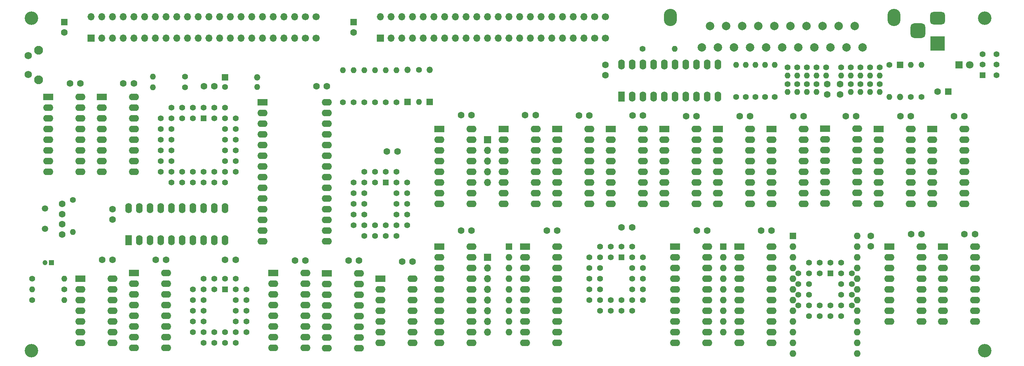
<source format=gbr>
%TF.GenerationSoftware,KiCad,Pcbnew,7.0.9*%
%TF.CreationDate,2023-12-14T15:38:49+00:00*%
%TF.ProjectId,v1a,7631612e-6b69-4636-9164-5f7063625858,rev?*%
%TF.SameCoordinates,Original*%
%TF.FileFunction,Soldermask,Top*%
%TF.FilePolarity,Negative*%
%FSLAX46Y46*%
G04 Gerber Fmt 4.6, Leading zero omitted, Abs format (unit mm)*
G04 Created by KiCad (PCBNEW 7.0.9) date 2023-12-14 15:38:49*
%MOMM*%
%LPD*%
G01*
G04 APERTURE LIST*
G04 Aperture macros list*
%AMRoundRect*
0 Rectangle with rounded corners*
0 $1 Rounding radius*
0 $2 $3 $4 $5 $6 $7 $8 $9 X,Y pos of 4 corners*
0 Add a 4 corners polygon primitive as box body*
4,1,4,$2,$3,$4,$5,$6,$7,$8,$9,$2,$3,0*
0 Add four circle primitives for the rounded corners*
1,1,$1+$1,$2,$3*
1,1,$1+$1,$4,$5*
1,1,$1+$1,$6,$7*
1,1,$1+$1,$8,$9*
0 Add four rect primitives between the rounded corners*
20,1,$1+$1,$2,$3,$4,$5,0*
20,1,$1+$1,$4,$5,$6,$7,0*
20,1,$1+$1,$6,$7,$8,$9,0*
20,1,$1+$1,$8,$9,$2,$3,0*%
G04 Aperture macros list end*
%ADD10C,1.400000*%
%ADD11O,1.400000X1.400000*%
%ADD12R,2.400000X1.600000*%
%ADD13O,2.400000X1.600000*%
%ADD14C,3.200000*%
%ADD15C,1.600000*%
%ADD16R,1.422400X1.422400*%
%ADD17C,1.422400*%
%ADD18O,3.100000X4.100000*%
%ADD19C,1.998980*%
%ADD20R,1.400000X1.400000*%
%ADD21R,1.700000X1.700000*%
%ADD22O,1.700000X1.700000*%
%ADD23C,1.500000*%
%ADD24C,1.700000*%
%ADD25R,3.500000X3.500000*%
%ADD26RoundRect,0.750000X-1.000000X0.750000X-1.000000X-0.750000X1.000000X-0.750000X1.000000X0.750000X0*%
%ADD27RoundRect,0.875000X-0.875000X0.875000X-0.875000X-0.875000X0.875000X-0.875000X0.875000X0.875000X0*%
%ADD28R,1.600000X1.600000*%
%ADD29O,1.600000X1.600000*%
%ADD30R,1.500000X1.500000*%
%ADD31O,1.500000X1.500000*%
%ADD32R,1.800000X1.800000*%
%ADD33C,1.800000*%
%ADD34R,1.600000X2.400000*%
%ADD35O,1.600000X2.400000*%
%ADD36C,2.100000*%
%ADD37C,1.750000*%
%ADD38R,1.200000X1.200000*%
%ADD39C,1.200000*%
G04 APERTURE END LIST*
D10*
%TO.C,R3*%
X65405000Y-87884000D03*
D11*
X57785000Y-87884000D03*
%TD*%
D10*
%TO.C,R26*%
X215138000Y-85725000D03*
D11*
X215138000Y-87625000D03*
%TD*%
D12*
%TO.C,U9*%
X181610000Y-128270000D03*
D13*
X181610000Y-130810000D03*
X181610000Y-133350000D03*
X181610000Y-135890000D03*
X181610000Y-138430000D03*
X181610000Y-140970000D03*
X181610000Y-143510000D03*
X181610000Y-146050000D03*
X181610000Y-148590000D03*
X181610000Y-151130000D03*
X189230000Y-151130000D03*
X189230000Y-148590000D03*
X189230000Y-146050000D03*
X189230000Y-143510000D03*
X189230000Y-140970000D03*
X189230000Y-138430000D03*
X189230000Y-135890000D03*
X189230000Y-133350000D03*
X189230000Y-130810000D03*
X189230000Y-128270000D03*
%TD*%
D10*
%TO.C,R8*%
X102870000Y-93980000D03*
D11*
X102870000Y-86360000D03*
%TD*%
D10*
%TO.C,R22*%
X215138000Y-89662000D03*
D11*
X215138000Y-91562000D03*
%TD*%
D14*
%TO.C,H2*%
X29000000Y-153000000D03*
%TD*%
D12*
%TO.C,U28*%
X83820000Y-93980000D03*
D13*
X83820000Y-96520000D03*
X83820000Y-99060000D03*
X83820000Y-101600000D03*
X83820000Y-104140000D03*
X83820000Y-106680000D03*
X83820000Y-109220000D03*
X83820000Y-111760000D03*
X83820000Y-114300000D03*
X83820000Y-116840000D03*
X83820000Y-119380000D03*
X83820000Y-121920000D03*
X83820000Y-124460000D03*
X83820000Y-127000000D03*
X99060000Y-127000000D03*
X99060000Y-124460000D03*
X99060000Y-121920000D03*
X99060000Y-119380000D03*
X99060000Y-116840000D03*
X99060000Y-114300000D03*
X99060000Y-111760000D03*
X99060000Y-109220000D03*
X99060000Y-106680000D03*
X99060000Y-104140000D03*
X99060000Y-101600000D03*
X99060000Y-99060000D03*
X99060000Y-96520000D03*
X99060000Y-93980000D03*
%TD*%
D15*
%TO.C,Cd5*%
X74950000Y-131445000D03*
X77450000Y-131445000D03*
%TD*%
D14*
%TO.C,H4*%
X255000000Y-153000000D03*
%TD*%
D10*
%TO.C,R28*%
X230124000Y-89662000D03*
D11*
X230124000Y-91562000D03*
%TD*%
D12*
%TO.C,U31*%
X146050000Y-128270000D03*
D13*
X146050000Y-130810000D03*
X146050000Y-133350000D03*
X146050000Y-135890000D03*
X146050000Y-138430000D03*
X146050000Y-140970000D03*
X146050000Y-143510000D03*
X146050000Y-146050000D03*
X146050000Y-148590000D03*
X146050000Y-151130000D03*
X153670000Y-151130000D03*
X153670000Y-148590000D03*
X153670000Y-146050000D03*
X153670000Y-143510000D03*
X153670000Y-140970000D03*
X153670000Y-138430000D03*
X153670000Y-135890000D03*
X153670000Y-133350000D03*
X153670000Y-130810000D03*
X153670000Y-128270000D03*
%TD*%
D10*
%TO.C,R15*%
X198374000Y-92710000D03*
D11*
X198374000Y-85090000D03*
%TD*%
D12*
%TO.C,U30*%
X125730000Y-100330000D03*
D13*
X125730000Y-102870000D03*
X125730000Y-105410000D03*
X125730000Y-107950000D03*
X125730000Y-110490000D03*
X125730000Y-113030000D03*
X125730000Y-115570000D03*
X125730000Y-118110000D03*
X133350000Y-118110000D03*
X133350000Y-115570000D03*
X133350000Y-113030000D03*
X133350000Y-110490000D03*
X133350000Y-107950000D03*
X133350000Y-105410000D03*
X133350000Y-102870000D03*
X133350000Y-100330000D03*
%TD*%
D10*
%TO.C,R39*%
X173863000Y-81280000D03*
D11*
X181483000Y-81280000D03*
%TD*%
D15*
%TO.C,C2*%
X36322000Y-118130000D03*
X36322000Y-120630000D03*
%TD*%
%TO.C,Cd31*%
X153670000Y-124454985D03*
X151170000Y-124454985D03*
%TD*%
%TO.C,C4*%
X217678000Y-92162000D03*
X217678000Y-89662000D03*
%TD*%
D10*
%TO.C,R16*%
X200660000Y-92710000D03*
D11*
X200660000Y-85090000D03*
%TD*%
D10*
%TO.C,R37*%
X120878600Y-86334600D03*
D11*
X120878600Y-93954600D03*
%TD*%
D16*
%TO.C,U5*%
X74930000Y-138430000D03*
D17*
X72390000Y-135890000D03*
X72390000Y-138430000D03*
X69850000Y-135890000D03*
X67310000Y-138430000D03*
X69850000Y-138430000D03*
X67310000Y-140970000D03*
X69850000Y-140970000D03*
X67310000Y-143510000D03*
X69850000Y-143510000D03*
X67310000Y-146050000D03*
X69850000Y-146050000D03*
X67310000Y-148590000D03*
X69850000Y-151130000D03*
X69850000Y-148590000D03*
X72390000Y-151130000D03*
X72390000Y-148590000D03*
X74930000Y-151130000D03*
X74930000Y-148590000D03*
X77470000Y-151130000D03*
X80010000Y-148590000D03*
X77470000Y-148590000D03*
X80010000Y-146050000D03*
X77470000Y-146050000D03*
X80010000Y-143510000D03*
X77470000Y-143510000D03*
X80010000Y-140970000D03*
X77470000Y-140970000D03*
X80010000Y-138430000D03*
X77470000Y-135890000D03*
X77470000Y-138430000D03*
X74930000Y-135890000D03*
%TD*%
D10*
%TO.C,R21*%
X212852000Y-89662000D03*
D11*
X212852000Y-91562000D03*
%TD*%
D15*
%TO.C,Cd28*%
X99060000Y-90170000D03*
X96560000Y-90170000D03*
%TD*%
%TO.C,Cd9*%
X189230000Y-124460000D03*
X186730000Y-124460000D03*
%TD*%
D10*
%TO.C,R7*%
X38862000Y-117184000D03*
D11*
X38862000Y-124804000D03*
%TD*%
D12*
%TO.C,U2*%
X40640000Y-135890000D03*
D13*
X40640000Y-138430000D03*
X40640000Y-140970000D03*
X40640000Y-143510000D03*
X40640000Y-146050000D03*
X40640000Y-148590000D03*
X40640000Y-151130000D03*
X48260000Y-151130000D03*
X48260000Y-148590000D03*
X48260000Y-146050000D03*
X48260000Y-143510000D03*
X48260000Y-140970000D03*
X48260000Y-138430000D03*
X48260000Y-135890000D03*
%TD*%
D18*
%TO.C,J4*%
X233509820Y-73860660D03*
X180510180Y-73860660D03*
D19*
X187960000Y-80939640D03*
X189865000Y-75859640D03*
X191770000Y-80939640D03*
X193675000Y-75859640D03*
X195580000Y-80939640D03*
X197485000Y-75859640D03*
X199390000Y-80939640D03*
X201295000Y-75859640D03*
X203200000Y-80939640D03*
X205105000Y-75859640D03*
X207010000Y-80939640D03*
X208915000Y-75859640D03*
X210820000Y-80939640D03*
X212725000Y-75859640D03*
X214630000Y-80939640D03*
X216535000Y-75859640D03*
X218440000Y-80939640D03*
X220345000Y-75859640D03*
X222250000Y-80939640D03*
X224155000Y-75859640D03*
X226060000Y-80939640D03*
%TD*%
D10*
%TO.C,R33*%
X227838000Y-85730000D03*
D11*
X227838000Y-87630000D03*
%TD*%
D10*
%TO.C,R32*%
X230124000Y-85751000D03*
D11*
X230124000Y-87651000D03*
%TD*%
D10*
%TO.C,R1*%
X65405000Y-90424000D03*
D11*
X57785000Y-90424000D03*
%TD*%
D10*
%TO.C,R14*%
X196088000Y-92710000D03*
D11*
X196088000Y-85090000D03*
%TD*%
D12*
%TO.C,U16*%
X232410000Y-128270000D03*
D13*
X232410000Y-130810000D03*
X232410000Y-133350000D03*
X232410000Y-135890000D03*
X232410000Y-138430000D03*
X232410000Y-140970000D03*
X232410000Y-143510000D03*
X232410000Y-146050000D03*
X240030000Y-146050000D03*
X240030000Y-143510000D03*
X240030000Y-140970000D03*
X240030000Y-138430000D03*
X240030000Y-135890000D03*
X240030000Y-133350000D03*
X240030000Y-130810000D03*
X240030000Y-128270000D03*
%TD*%
D10*
%TO.C,R41*%
X240030000Y-92710000D03*
D11*
X240030000Y-85090000D03*
%TD*%
D15*
%TO.C,Cd11*%
X53320000Y-89535000D03*
X50820000Y-89535000D03*
%TD*%
D10*
%TO.C,R25*%
X212852000Y-85730000D03*
D11*
X212852000Y-87630000D03*
%TD*%
D20*
%TO.C,SW2*%
X254510000Y-87548300D03*
D10*
X254510000Y-85048300D03*
X254510000Y-82548300D03*
X257810000Y-87548300D03*
X257810000Y-85048300D03*
X257810000Y-82548300D03*
%TD*%
D21*
%TO.C,J2*%
X137160000Y-130810000D03*
D22*
X137160000Y-133350000D03*
X137160000Y-135890000D03*
X137160000Y-138430000D03*
X137160000Y-140970000D03*
X137160000Y-143510000D03*
X137160000Y-146050000D03*
X137160000Y-148590000D03*
%TD*%
D16*
%TO.C,U8*%
X168910000Y-130810000D03*
D17*
X166370000Y-128270000D03*
X166370000Y-130810000D03*
X163830000Y-128270000D03*
X161290000Y-130810000D03*
X163830000Y-130810000D03*
X161290000Y-133350000D03*
X163830000Y-133350000D03*
X161290000Y-135890000D03*
X163830000Y-135890000D03*
X161290000Y-138430000D03*
X163830000Y-138430000D03*
X161290000Y-140970000D03*
X163830000Y-143510000D03*
X163830000Y-140970000D03*
X166370000Y-143510000D03*
X166370000Y-140970000D03*
X168910000Y-143510000D03*
X168910000Y-140970000D03*
X171450000Y-143510000D03*
X173990000Y-140970000D03*
X171450000Y-140970000D03*
X173990000Y-138430000D03*
X171450000Y-138430000D03*
X173990000Y-135890000D03*
X171450000Y-135890000D03*
X173990000Y-133350000D03*
X171450000Y-133350000D03*
X173990000Y-130810000D03*
X171450000Y-128270000D03*
X171450000Y-130810000D03*
X168910000Y-128270000D03*
%TD*%
D10*
%TO.C,R12*%
X113030000Y-93980000D03*
D11*
X113030000Y-86360000D03*
%TD*%
D15*
%TO.C,Cd8*%
X168910000Y-123698000D03*
X171410000Y-123698000D03*
%TD*%
D23*
%TO.C,Y1*%
X32258000Y-119216000D03*
X32258000Y-124096000D03*
%TD*%
D21*
%TO.C,J6*%
X111760000Y-78740000D03*
D22*
X111760000Y-73660000D03*
X114300000Y-78740000D03*
X114300000Y-73660000D03*
X116840000Y-78740000D03*
X116840000Y-73660000D03*
X119380000Y-78740000D03*
X119380000Y-73660000D03*
X121920000Y-78740000D03*
X121920000Y-73660000D03*
X124460000Y-78740000D03*
X124460000Y-73660000D03*
X127000000Y-78740000D03*
X127000000Y-73660000D03*
X129540000Y-78740000D03*
X129540000Y-73660000D03*
X132080000Y-78740000D03*
X132080000Y-73660000D03*
X134620000Y-78740000D03*
X134620000Y-73660000D03*
X137160000Y-78740000D03*
X137160000Y-73660000D03*
X139700000Y-78740000D03*
X139700000Y-73660000D03*
X142240000Y-78740000D03*
X142240000Y-73660000D03*
X144780000Y-78740000D03*
X144780000Y-73660000D03*
X147320000Y-78740000D03*
X147320000Y-73660000D03*
X149860000Y-78740000D03*
X149860000Y-73660000D03*
X152400000Y-78740000D03*
X152400000Y-73660000D03*
X154940000Y-78740000D03*
X154940000Y-73660000D03*
X157480000Y-78740000D03*
X157480000Y-73660000D03*
X160020000Y-78740000D03*
X160020000Y-73660000D03*
D24*
X162560000Y-78740000D03*
X162560000Y-73660000D03*
X165100000Y-78740000D03*
X165100000Y-73660000D03*
%TD*%
D14*
%TO.C,H3*%
X255000000Y-74000000D03*
%TD*%
D25*
%TO.C,J3*%
X243840000Y-80010000D03*
D26*
X243840000Y-74010000D03*
D27*
X239140000Y-77010000D03*
%TD*%
D16*
%TO.C,U29*%
X113030000Y-113030000D03*
D17*
X110490000Y-110490000D03*
X110490000Y-113030000D03*
X107950000Y-110490000D03*
X105410000Y-113030000D03*
X107950000Y-113030000D03*
X105410000Y-115570000D03*
X107950000Y-115570000D03*
X105410000Y-118110000D03*
X107950000Y-118110000D03*
X105410000Y-120650000D03*
X107950000Y-120650000D03*
X105410000Y-123190000D03*
X107950000Y-125730000D03*
X107950000Y-123190000D03*
X110490000Y-125730000D03*
X110490000Y-123190000D03*
X113030000Y-125730000D03*
X113030000Y-123190000D03*
X115570000Y-125730000D03*
X118110000Y-123190000D03*
X115570000Y-123190000D03*
X118110000Y-120650000D03*
X115570000Y-120650000D03*
X118110000Y-118110000D03*
X115570000Y-118110000D03*
X118110000Y-115570000D03*
X115570000Y-115570000D03*
X118110000Y-113030000D03*
X115570000Y-110490000D03*
X115570000Y-113030000D03*
X113030000Y-110490000D03*
%TD*%
D12*
%TO.C,U32*%
X125730000Y-128270000D03*
D13*
X125730000Y-130810000D03*
X125730000Y-133350000D03*
X125730000Y-135890000D03*
X125730000Y-138430000D03*
X125730000Y-140970000D03*
X125730000Y-143510000D03*
X125730000Y-146050000D03*
X125730000Y-148590000D03*
X125730000Y-151130000D03*
X133350000Y-151130000D03*
X133350000Y-148590000D03*
X133350000Y-146050000D03*
X133350000Y-143510000D03*
X133350000Y-140970000D03*
X133350000Y-138430000D03*
X133350000Y-135890000D03*
X133350000Y-133350000D03*
X133350000Y-130810000D03*
X133350000Y-128270000D03*
%TD*%
D15*
%TO.C,Cd14*%
X173990000Y-97155000D03*
X171490000Y-97155000D03*
%TD*%
%TO.C,C3*%
X36322000Y-125436000D03*
X36322000Y-122936000D03*
%TD*%
D28*
%TO.C,RN2*%
X142240000Y-128270000D03*
D29*
X142240000Y-130810000D03*
X142240000Y-133350000D03*
X142240000Y-135890000D03*
X142240000Y-138430000D03*
X142240000Y-140970000D03*
X142240000Y-143510000D03*
X142240000Y-146050000D03*
X142240000Y-148590000D03*
%TD*%
D30*
%TO.C,D1*%
X74920000Y-88070000D03*
D31*
X82540000Y-88070000D03*
%TD*%
D15*
%TO.C,Cd22*%
X212090000Y-97282000D03*
X209590000Y-97282000D03*
%TD*%
D12*
%TO.C,U19*%
X179070000Y-100330000D03*
D13*
X179070000Y-102870000D03*
X179070000Y-105410000D03*
X179070000Y-107950000D03*
X179070000Y-110490000D03*
X179070000Y-113030000D03*
X179070000Y-115570000D03*
X179070000Y-118110000D03*
X186690000Y-118110000D03*
X186690000Y-115570000D03*
X186690000Y-113030000D03*
X186690000Y-110490000D03*
X186690000Y-107950000D03*
X186690000Y-105410000D03*
X186690000Y-102870000D03*
X186690000Y-100330000D03*
%TD*%
D15*
%TO.C,Cd15*%
X165100000Y-85090000D03*
X165100000Y-87590000D03*
%TD*%
D12*
%TO.C,U11*%
X33020000Y-92710000D03*
D13*
X33020000Y-95250000D03*
X33020000Y-97790000D03*
X33020000Y-100330000D03*
X33020000Y-102870000D03*
X33020000Y-105410000D03*
X33020000Y-107950000D03*
X33020000Y-110490000D03*
X40640000Y-110490000D03*
X40640000Y-107950000D03*
X40640000Y-105410000D03*
X40640000Y-102870000D03*
X40640000Y-100330000D03*
X40640000Y-97790000D03*
X40640000Y-95250000D03*
X40640000Y-92710000D03*
%TD*%
D32*
%TO.C,D3*%
X248920000Y-85090000D03*
D33*
X251460000Y-85090000D03*
%TD*%
D10*
%TO.C,R6*%
X29210000Y-135890000D03*
D11*
X36830000Y-135890000D03*
%TD*%
D28*
%TO.C,C6*%
X246340000Y-91440000D03*
D15*
X243840000Y-91440000D03*
%TD*%
D34*
%TO.C,U6*%
X52075000Y-126741015D03*
D35*
X54615000Y-126741015D03*
X57155000Y-126741015D03*
X59695000Y-126741015D03*
X62235000Y-126741015D03*
X64775000Y-126741015D03*
X67315000Y-126741015D03*
X69855000Y-126741015D03*
X72395000Y-126741015D03*
X74935000Y-126741015D03*
X74935000Y-119121015D03*
X72395000Y-119121015D03*
X69855000Y-119121015D03*
X67315000Y-119121015D03*
X64775000Y-119121015D03*
X62235000Y-119121015D03*
X59695000Y-119121015D03*
X57155000Y-119121015D03*
X54615000Y-119121015D03*
X52075000Y-119121015D03*
%TD*%
D28*
%TO.C,C8*%
X105410000Y-74930000D03*
D15*
X105410000Y-77430000D03*
%TD*%
D12*
%TO.C,U17*%
X245110000Y-128270000D03*
D13*
X245110000Y-130810000D03*
X245110000Y-133350000D03*
X245110000Y-135890000D03*
X245110000Y-138430000D03*
X245110000Y-140970000D03*
X245110000Y-143510000D03*
X245110000Y-146050000D03*
X252730000Y-146050000D03*
X252730000Y-143510000D03*
X252730000Y-140970000D03*
X252730000Y-138430000D03*
X252730000Y-135890000D03*
X252730000Y-133350000D03*
X252730000Y-130810000D03*
X252730000Y-128270000D03*
%TD*%
D12*
%TO.C,U7*%
X99070000Y-134620000D03*
D13*
X99070000Y-137160000D03*
X99070000Y-139700000D03*
X99070000Y-142240000D03*
X99070000Y-144780000D03*
X99070000Y-147320000D03*
X99070000Y-149860000D03*
X99070000Y-152400000D03*
X106690000Y-152400000D03*
X106690000Y-149860000D03*
X106690000Y-147320000D03*
X106690000Y-144780000D03*
X106690000Y-142240000D03*
X106690000Y-139700000D03*
X106690000Y-137160000D03*
X106690000Y-134620000D03*
%TD*%
D15*
%TO.C,Cd4*%
X93980000Y-131572000D03*
X91480000Y-131572000D03*
%TD*%
D10*
%TO.C,R29*%
X227838000Y-89662600D03*
D11*
X227838000Y-91562600D03*
%TD*%
D15*
%TO.C,Cd2*%
X48260000Y-131445000D03*
X45760000Y-131445000D03*
%TD*%
D10*
%TO.C,R9*%
X105410000Y-93980000D03*
D11*
X105410000Y-86360000D03*
%TD*%
D30*
%TO.C,D2*%
X234950000Y-85090000D03*
D31*
X234950000Y-92710000D03*
%TD*%
D15*
%TO.C,Cd32*%
X133350000Y-124454985D03*
X130850000Y-124454985D03*
%TD*%
%TO.C,Cd17*%
X252700000Y-125349000D03*
X250200000Y-125349000D03*
%TD*%
D10*
%TO.C,R2*%
X74920000Y-90356000D03*
D11*
X82540000Y-90356000D03*
%TD*%
D28*
%TO.C,U20*%
X209540000Y-125730000D03*
D29*
X209540000Y-128270000D03*
X209540000Y-130810000D03*
X209540000Y-133350000D03*
X209540000Y-135890000D03*
X209540000Y-138430000D03*
X209540000Y-140970000D03*
X209540000Y-143510000D03*
X209540000Y-146050000D03*
X209540000Y-148590000D03*
X209540000Y-151130000D03*
X209540000Y-153670000D03*
X224780000Y-153670000D03*
X224780000Y-151130000D03*
X224780000Y-148590000D03*
X224780000Y-146050000D03*
X224780000Y-143510000D03*
X224780000Y-140970000D03*
X224780000Y-138430000D03*
X224780000Y-135890000D03*
X224780000Y-133350000D03*
X224780000Y-130810000D03*
X224780000Y-128270000D03*
X224780000Y-125730000D03*
%TD*%
D15*
%TO.C,Cd19*%
X186690000Y-97282000D03*
X184190000Y-97282000D03*
%TD*%
D12*
%TO.C,U4*%
X86370000Y-134610000D03*
D13*
X86370000Y-137150000D03*
X86370000Y-139690000D03*
X86370000Y-142230000D03*
X86370000Y-144770000D03*
X86370000Y-147310000D03*
X86370000Y-149850000D03*
X86370000Y-152390000D03*
X93990000Y-152390000D03*
X93990000Y-149850000D03*
X93990000Y-147310000D03*
X93990000Y-144770000D03*
X93990000Y-142230000D03*
X93990000Y-139690000D03*
X93990000Y-137150000D03*
X93990000Y-134610000D03*
%TD*%
D21*
%TO.C,J1*%
X137160000Y-102870000D03*
D22*
X137160000Y-105410000D03*
X137160000Y-107950000D03*
X137160000Y-110490000D03*
X137160000Y-113030000D03*
%TD*%
D15*
%TO.C,Cd27*%
X148550000Y-97028000D03*
X146050000Y-97028000D03*
%TD*%
%TO.C,Cd26*%
X119380000Y-131826000D03*
X116880000Y-131826000D03*
%TD*%
D12*
%TO.C,U12*%
X196850000Y-128270000D03*
D13*
X196850000Y-130810000D03*
X196850000Y-133350000D03*
X196850000Y-135890000D03*
X196850000Y-138430000D03*
X196850000Y-140970000D03*
X196850000Y-143510000D03*
X196850000Y-146050000D03*
X196850000Y-148590000D03*
X196850000Y-151130000D03*
X204470000Y-151130000D03*
X204470000Y-148590000D03*
X204470000Y-146050000D03*
X204470000Y-143510000D03*
X204470000Y-140970000D03*
X204470000Y-138430000D03*
X204470000Y-135890000D03*
X204470000Y-133350000D03*
X204470000Y-130810000D03*
X204470000Y-128270000D03*
%TD*%
D12*
%TO.C,U27*%
X140970000Y-100330000D03*
D13*
X140970000Y-102870000D03*
X140970000Y-105410000D03*
X140970000Y-107950000D03*
X140970000Y-110490000D03*
X140970000Y-113030000D03*
X140970000Y-115570000D03*
X140970000Y-118110000D03*
X148590000Y-118110000D03*
X148590000Y-115570000D03*
X148590000Y-113030000D03*
X148590000Y-110490000D03*
X148590000Y-107950000D03*
X148590000Y-105410000D03*
X148590000Y-102870000D03*
X148590000Y-100330000D03*
%TD*%
D28*
%TO.C,C7*%
X36830000Y-74930000D03*
D15*
X36830000Y-77430000D03*
%TD*%
D10*
%TO.C,R19*%
X208280000Y-89662000D03*
D11*
X208280000Y-91562000D03*
%TD*%
D15*
%TO.C,Cd25*%
X250190000Y-97282000D03*
X247690000Y-97282000D03*
%TD*%
%TO.C,C5*%
X220726000Y-92162000D03*
X220726000Y-89662000D03*
%TD*%
D10*
%TO.C,R38*%
X237490000Y-92710000D03*
D11*
X237490000Y-85090000D03*
%TD*%
D15*
%TO.C,Cd16*%
X240040000Y-125349000D03*
X237540000Y-125349000D03*
%TD*%
D10*
%TO.C,R27*%
X217424000Y-85730000D03*
D11*
X217424000Y-87630000D03*
%TD*%
D36*
%TO.C,SW1*%
X30716100Y-88665800D03*
X30716100Y-81655800D03*
D37*
X28226100Y-87415800D03*
X28226100Y-82915800D03*
%TD*%
D15*
%TO.C,Cd30*%
X133350000Y-97028000D03*
X130850000Y-97028000D03*
%TD*%
D12*
%TO.C,U26*%
X111760000Y-135890000D03*
D13*
X111760000Y-138430000D03*
X111760000Y-140970000D03*
X111760000Y-143510000D03*
X111760000Y-146050000D03*
X111760000Y-148590000D03*
X111760000Y-151130000D03*
X119380000Y-151130000D03*
X119380000Y-148590000D03*
X119380000Y-146050000D03*
X119380000Y-143510000D03*
X119380000Y-140970000D03*
X119380000Y-138430000D03*
X119380000Y-135890000D03*
%TD*%
D30*
%TO.C,D4*%
X118211600Y-93954600D03*
D31*
X118211600Y-86334600D03*
%TD*%
D10*
%TO.C,R11*%
X110490000Y-93980000D03*
D11*
X110490000Y-86360000D03*
%TD*%
D15*
%TO.C,Cd18*%
X199390000Y-97282000D03*
X196890000Y-97282000D03*
%TD*%
D12*
%TO.C,U3*%
X53350000Y-134610000D03*
D13*
X53350000Y-137150000D03*
X53350000Y-139690000D03*
X53350000Y-142230000D03*
X53350000Y-144770000D03*
X53350000Y-147310000D03*
X53350000Y-149850000D03*
X53350000Y-152390000D03*
X60970000Y-152390000D03*
X60970000Y-149850000D03*
X60970000Y-147310000D03*
X60970000Y-144770000D03*
X60970000Y-142230000D03*
X60970000Y-139690000D03*
X60970000Y-137150000D03*
X60970000Y-134610000D03*
%TD*%
D12*
%TO.C,U14*%
X166370000Y-100330000D03*
D13*
X166370000Y-102870000D03*
X166370000Y-105410000D03*
X166370000Y-107950000D03*
X166370000Y-110490000D03*
X166370000Y-113030000D03*
X166370000Y-115570000D03*
X166370000Y-118110000D03*
X173990000Y-118110000D03*
X173990000Y-115570000D03*
X173990000Y-113030000D03*
X173990000Y-110490000D03*
X173990000Y-107950000D03*
X173990000Y-105410000D03*
X173990000Y-102870000D03*
X173990000Y-100330000D03*
%TD*%
D14*
%TO.C,H1*%
X29000000Y-74000000D03*
%TD*%
D38*
%TO.C,C1*%
X33742600Y-132080000D03*
D39*
X32242600Y-132080000D03*
%TD*%
D15*
%TO.C,Cd12*%
X204470000Y-124460000D03*
X201970000Y-124460000D03*
%TD*%
D30*
%TO.C,D5*%
X123444000Y-93954600D03*
D31*
X123444000Y-86334600D03*
%TD*%
D15*
%TO.C,Cd7*%
X106680000Y-131572000D03*
X104180000Y-131572000D03*
%TD*%
%TO.C,Cd24*%
X237490000Y-97282000D03*
X234990000Y-97282000D03*
%TD*%
%TO.C,Cd13*%
X161290000Y-97155000D03*
X158790000Y-97155000D03*
%TD*%
%TO.C,Cd6*%
X48260000Y-119380000D03*
X48260000Y-121880000D03*
%TD*%
D10*
%TO.C,R20*%
X210566000Y-89662000D03*
D11*
X210566000Y-91562000D03*
%TD*%
D10*
%TO.C,R18*%
X205232000Y-92710000D03*
D11*
X205232000Y-85090000D03*
%TD*%
D15*
%TO.C,Cd3*%
X60960000Y-131445000D03*
X58460000Y-131445000D03*
%TD*%
D12*
%TO.C,U13*%
X153670000Y-100330000D03*
D13*
X153670000Y-102870000D03*
X153670000Y-105410000D03*
X153670000Y-107950000D03*
X153670000Y-110490000D03*
X153670000Y-113030000D03*
X153670000Y-115570000D03*
X153670000Y-118110000D03*
X161290000Y-118110000D03*
X161290000Y-115570000D03*
X161290000Y-113030000D03*
X161290000Y-110490000D03*
X161290000Y-107950000D03*
X161290000Y-105410000D03*
X161290000Y-102870000D03*
X161290000Y-100330000D03*
%TD*%
D12*
%TO.C,U23*%
X217170000Y-100320000D03*
D13*
X217170000Y-102860000D03*
X217170000Y-105400000D03*
X217170000Y-107940000D03*
X217170000Y-110480000D03*
X217170000Y-113020000D03*
X217170000Y-115560000D03*
X217170000Y-118100000D03*
X224790000Y-118100000D03*
X224790000Y-115560000D03*
X224790000Y-113020000D03*
X224790000Y-110480000D03*
X224790000Y-107940000D03*
X224790000Y-105400000D03*
X224790000Y-102860000D03*
X224790000Y-100320000D03*
%TD*%
D15*
%TO.C,Cd23*%
X224536000Y-97282000D03*
X222036000Y-97282000D03*
%TD*%
%TO.C,Cd1*%
X72390000Y-90170000D03*
X69890000Y-90170000D03*
%TD*%
D10*
%TO.C,R34*%
X225552000Y-85730000D03*
D11*
X225552000Y-87630000D03*
%TD*%
D15*
%TO.C,Cd29*%
X113284000Y-105664000D03*
X115784000Y-105664000D03*
%TD*%
D16*
%TO.C,U21*%
X218440000Y-134620000D03*
D17*
X215900000Y-132080000D03*
X215900000Y-134620000D03*
X213360000Y-132080000D03*
X210820000Y-134620000D03*
X213360000Y-134620000D03*
X210820000Y-137160000D03*
X213360000Y-137160000D03*
X210820000Y-139700000D03*
X213360000Y-139700000D03*
X210820000Y-142240000D03*
X213360000Y-144780000D03*
X213360000Y-142240000D03*
X215900000Y-144780000D03*
X215900000Y-142240000D03*
X218440000Y-144780000D03*
X218440000Y-142240000D03*
X220980000Y-144780000D03*
X223520000Y-142240000D03*
X220980000Y-142240000D03*
X223520000Y-139700000D03*
X220980000Y-139700000D03*
X223520000Y-137160000D03*
X220980000Y-137160000D03*
X223520000Y-134620000D03*
X220980000Y-132080000D03*
X220980000Y-134620000D03*
X218440000Y-132080000D03*
%TD*%
D12*
%TO.C,U18*%
X191780000Y-100340000D03*
D13*
X191780000Y-102880000D03*
X191780000Y-105420000D03*
X191780000Y-107960000D03*
X191780000Y-110500000D03*
X191780000Y-113040000D03*
X191780000Y-115580000D03*
X191780000Y-118120000D03*
X199400000Y-118120000D03*
X199400000Y-115580000D03*
X199400000Y-113040000D03*
X199400000Y-110500000D03*
X199400000Y-107960000D03*
X199400000Y-105420000D03*
X199400000Y-102880000D03*
X199400000Y-100340000D03*
%TD*%
D12*
%TO.C,U25*%
X242570000Y-100330000D03*
D13*
X242570000Y-102870000D03*
X242570000Y-105410000D03*
X242570000Y-107950000D03*
X242570000Y-110490000D03*
X242570000Y-113030000D03*
X242570000Y-115570000D03*
X242570000Y-118110000D03*
X250190000Y-118110000D03*
X250190000Y-115570000D03*
X250190000Y-113030000D03*
X250190000Y-110490000D03*
X250190000Y-107950000D03*
X250190000Y-105410000D03*
X250190000Y-102870000D03*
X250190000Y-100330000D03*
%TD*%
D10*
%TO.C,R24*%
X210566000Y-85730000D03*
D11*
X210566000Y-87630000D03*
%TD*%
D10*
%TO.C,R30*%
X225552000Y-89662600D03*
D11*
X225552000Y-91562600D03*
%TD*%
D10*
%TO.C,R40*%
X232410000Y-85090000D03*
D11*
X232410000Y-92710000D03*
%TD*%
D21*
%TO.C,J5*%
X43180000Y-78740000D03*
D22*
X43180000Y-73660000D03*
X45720000Y-78740000D03*
X45720000Y-73660000D03*
X48260000Y-78740000D03*
X48260000Y-73660000D03*
X50800000Y-78740000D03*
X50800000Y-73660000D03*
X53340000Y-78740000D03*
X53340000Y-73660000D03*
X55880000Y-78740000D03*
X55880000Y-73660000D03*
X58420000Y-78740000D03*
X58420000Y-73660000D03*
X60960000Y-78740000D03*
X60960000Y-73660000D03*
X63500000Y-78740000D03*
X63500000Y-73660000D03*
X66040000Y-78740000D03*
X66040000Y-73660000D03*
X68580000Y-78740000D03*
X68580000Y-73660000D03*
X71120000Y-78740000D03*
X71120000Y-73660000D03*
X73660000Y-78740000D03*
X73660000Y-73660000D03*
X76200000Y-78740000D03*
X76200000Y-73660000D03*
X78740000Y-78740000D03*
X78740000Y-73660000D03*
X81280000Y-78740000D03*
X81280000Y-73660000D03*
X83820000Y-78740000D03*
X83820000Y-73660000D03*
X86360000Y-78740000D03*
X86360000Y-73660000D03*
X88900000Y-78740000D03*
X88900000Y-73660000D03*
X91440000Y-78740000D03*
X91440000Y-73660000D03*
D24*
X93980000Y-78740000D03*
X93980000Y-73660000D03*
X96520000Y-78740000D03*
X96520000Y-73660000D03*
%TD*%
D10*
%TO.C,R10*%
X107950000Y-93980000D03*
D11*
X107950000Y-86360000D03*
%TD*%
D10*
%TO.C,R31*%
X223266000Y-89662600D03*
D11*
X223266000Y-91562600D03*
%TD*%
D10*
%TO.C,R17*%
X202946000Y-92710000D03*
D11*
X202946000Y-85090000D03*
%TD*%
D10*
%TO.C,R35*%
X223266000Y-85730000D03*
D11*
X223266000Y-87630000D03*
%TD*%
D12*
%TO.C,U22*%
X204470000Y-100330000D03*
D13*
X204470000Y-102870000D03*
X204470000Y-105410000D03*
X204470000Y-107950000D03*
X204470000Y-110490000D03*
X204470000Y-113030000D03*
X204470000Y-115570000D03*
X204470000Y-118110000D03*
X212090000Y-118110000D03*
X212090000Y-115570000D03*
X212090000Y-113030000D03*
X212090000Y-110490000D03*
X212090000Y-107950000D03*
X212090000Y-105410000D03*
X212090000Y-102870000D03*
X212090000Y-100330000D03*
%TD*%
D28*
%TO.C,RN1*%
X193040000Y-128270000D03*
D29*
X193040000Y-130810000D03*
X193040000Y-133350000D03*
X193040000Y-135890000D03*
X193040000Y-138430000D03*
X193040000Y-140970000D03*
X193040000Y-143510000D03*
X193040000Y-146050000D03*
X193040000Y-148590000D03*
%TD*%
D12*
%TO.C,U10*%
X45720000Y-92710000D03*
D13*
X45720000Y-95250000D03*
X45720000Y-97790000D03*
X45720000Y-100330000D03*
X45720000Y-102870000D03*
X45720000Y-105410000D03*
X45720000Y-107950000D03*
X45720000Y-110490000D03*
X53340000Y-110490000D03*
X53340000Y-107950000D03*
X53340000Y-105410000D03*
X53340000Y-102870000D03*
X53340000Y-100330000D03*
X53340000Y-97790000D03*
X53340000Y-95250000D03*
X53340000Y-92710000D03*
%TD*%
D10*
%TO.C,R36*%
X220980000Y-85730000D03*
D11*
X220980000Y-87630000D03*
%TD*%
D15*
%TO.C,Cd20*%
X227965000Y-125730000D03*
X227965000Y-128230000D03*
%TD*%
D10*
%TO.C,R5*%
X36830000Y-138430000D03*
D11*
X29210000Y-138430000D03*
%TD*%
D10*
%TO.C,R4*%
X29210000Y-140970000D03*
D11*
X36830000Y-140970000D03*
%TD*%
D10*
%TO.C,R23*%
X208280000Y-85730000D03*
D11*
X208280000Y-87630000D03*
%TD*%
D16*
%TO.C,U1*%
X69850000Y-97790000D03*
D17*
X67310000Y-95250000D03*
X67310000Y-97790000D03*
X64770000Y-95250000D03*
X64770000Y-97790000D03*
X62230000Y-95250000D03*
X59690000Y-97790000D03*
X62230000Y-97790000D03*
X59690000Y-100330000D03*
X62230000Y-100330000D03*
X59690000Y-102870000D03*
X62230000Y-102870000D03*
X59690000Y-105410000D03*
X62230000Y-105410000D03*
X59690000Y-107950000D03*
X62230000Y-107950000D03*
X59690000Y-110490000D03*
X62230000Y-113030000D03*
X62230000Y-110490000D03*
X64770000Y-113030000D03*
X64770000Y-110490000D03*
X67310000Y-113030000D03*
X67310000Y-110490000D03*
X69850000Y-113030000D03*
X69850000Y-110490000D03*
X72390000Y-113030000D03*
X72390000Y-110490000D03*
X74930000Y-113030000D03*
X77470000Y-110490000D03*
X74930000Y-110490000D03*
X77470000Y-107950000D03*
X74930000Y-107950000D03*
X77470000Y-105410000D03*
X74930000Y-105410000D03*
X77470000Y-102870000D03*
X74930000Y-102870000D03*
X77470000Y-100330000D03*
X74930000Y-100330000D03*
X77470000Y-97790000D03*
X74930000Y-95250000D03*
X74930000Y-97790000D03*
X72390000Y-95250000D03*
X72390000Y-97790000D03*
X69850000Y-95250000D03*
%TD*%
D12*
%TO.C,U24*%
X229880000Y-100330000D03*
D13*
X229880000Y-102870000D03*
X229880000Y-105410000D03*
X229880000Y-107950000D03*
X229880000Y-110490000D03*
X229880000Y-113030000D03*
X229880000Y-115570000D03*
X229880000Y-118110000D03*
X237500000Y-118110000D03*
X237500000Y-115570000D03*
X237500000Y-113030000D03*
X237500000Y-110490000D03*
X237500000Y-107950000D03*
X237500000Y-105410000D03*
X237500000Y-102870000D03*
X237500000Y-100330000D03*
%TD*%
D10*
%TO.C,R13*%
X115570000Y-93980000D03*
D11*
X115570000Y-86360000D03*
%TD*%
D34*
%TO.C,U15*%
X168915000Y-92700000D03*
D35*
X171455000Y-92700000D03*
X173995000Y-92700000D03*
X176535000Y-92700000D03*
X179075000Y-92700000D03*
X181615000Y-92700000D03*
X184155000Y-92700000D03*
X186695000Y-92700000D03*
X189235000Y-92700000D03*
X191775000Y-92700000D03*
X191775000Y-85080000D03*
X189235000Y-85080000D03*
X186695000Y-85080000D03*
X184155000Y-85080000D03*
X181615000Y-85080000D03*
X179075000Y-85080000D03*
X176535000Y-85080000D03*
X173995000Y-85080000D03*
X171455000Y-85080000D03*
X168915000Y-85080000D03*
%TD*%
D15*
%TO.C,Cd10*%
X40640000Y-89535000D03*
X38140000Y-89535000D03*
%TD*%
M02*

</source>
